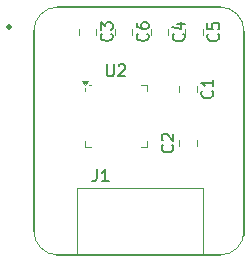
<source format=gbr>
%TF.GenerationSoftware,KiCad,Pcbnew,8.0.3*%
%TF.CreationDate,2024-07-22T10:14:54+02:00*%
%TF.ProjectId,Untitled,556e7469-746c-4656-942e-6b696361645f,rev?*%
%TF.SameCoordinates,Original*%
%TF.FileFunction,Legend,Top*%
%TF.FilePolarity,Positive*%
%FSLAX46Y46*%
G04 Gerber Fmt 4.6, Leading zero omitted, Abs format (unit mm)*
G04 Created by KiCad (PCBNEW 8.0.3) date 2024-07-22 10:14:54*
%MOMM*%
%LPD*%
G01*
G04 APERTURE LIST*
%ADD10C,0.150000*%
%ADD11C,0.120000*%
%ADD12C,0.127000*%
%ADD13C,0.254000*%
%ADD14C,0.025400*%
%ADD15C,0.100000*%
G04 APERTURE END LIST*
D10*
X103639580Y-53760666D02*
X103687200Y-53808285D01*
X103687200Y-53808285D02*
X103734819Y-53951142D01*
X103734819Y-53951142D02*
X103734819Y-54046380D01*
X103734819Y-54046380D02*
X103687200Y-54189237D01*
X103687200Y-54189237D02*
X103591961Y-54284475D01*
X103591961Y-54284475D02*
X103496723Y-54332094D01*
X103496723Y-54332094D02*
X103306247Y-54379713D01*
X103306247Y-54379713D02*
X103163390Y-54379713D01*
X103163390Y-54379713D02*
X102972914Y-54332094D01*
X102972914Y-54332094D02*
X102877676Y-54284475D01*
X102877676Y-54284475D02*
X102782438Y-54189237D01*
X102782438Y-54189237D02*
X102734819Y-54046380D01*
X102734819Y-54046380D02*
X102734819Y-53951142D01*
X102734819Y-53951142D02*
X102782438Y-53808285D01*
X102782438Y-53808285D02*
X102830057Y-53760666D01*
X103734819Y-52808285D02*
X103734819Y-53379713D01*
X103734819Y-53093999D02*
X102734819Y-53093999D01*
X102734819Y-53093999D02*
X102877676Y-53189237D01*
X102877676Y-53189237D02*
X102972914Y-53284475D01*
X102972914Y-53284475D02*
X103020533Y-53379713D01*
X101226580Y-48934666D02*
X101274200Y-48982285D01*
X101274200Y-48982285D02*
X101321819Y-49125142D01*
X101321819Y-49125142D02*
X101321819Y-49220380D01*
X101321819Y-49220380D02*
X101274200Y-49363237D01*
X101274200Y-49363237D02*
X101178961Y-49458475D01*
X101178961Y-49458475D02*
X101083723Y-49506094D01*
X101083723Y-49506094D02*
X100893247Y-49553713D01*
X100893247Y-49553713D02*
X100750390Y-49553713D01*
X100750390Y-49553713D02*
X100559914Y-49506094D01*
X100559914Y-49506094D02*
X100464676Y-49458475D01*
X100464676Y-49458475D02*
X100369438Y-49363237D01*
X100369438Y-49363237D02*
X100321819Y-49220380D01*
X100321819Y-49220380D02*
X100321819Y-49125142D01*
X100321819Y-49125142D02*
X100369438Y-48982285D01*
X100369438Y-48982285D02*
X100417057Y-48934666D01*
X100655152Y-48077523D02*
X101321819Y-48077523D01*
X100274200Y-48315618D02*
X100988485Y-48553713D01*
X100988485Y-48553713D02*
X100988485Y-47934666D01*
X104147580Y-48934666D02*
X104195200Y-48982285D01*
X104195200Y-48982285D02*
X104242819Y-49125142D01*
X104242819Y-49125142D02*
X104242819Y-49220380D01*
X104242819Y-49220380D02*
X104195200Y-49363237D01*
X104195200Y-49363237D02*
X104099961Y-49458475D01*
X104099961Y-49458475D02*
X104004723Y-49506094D01*
X104004723Y-49506094D02*
X103814247Y-49553713D01*
X103814247Y-49553713D02*
X103671390Y-49553713D01*
X103671390Y-49553713D02*
X103480914Y-49506094D01*
X103480914Y-49506094D02*
X103385676Y-49458475D01*
X103385676Y-49458475D02*
X103290438Y-49363237D01*
X103290438Y-49363237D02*
X103242819Y-49220380D01*
X103242819Y-49220380D02*
X103242819Y-49125142D01*
X103242819Y-49125142D02*
X103290438Y-48982285D01*
X103290438Y-48982285D02*
X103338057Y-48934666D01*
X103242819Y-48029904D02*
X103242819Y-48506094D01*
X103242819Y-48506094D02*
X103719009Y-48553713D01*
X103719009Y-48553713D02*
X103671390Y-48506094D01*
X103671390Y-48506094D02*
X103623771Y-48410856D01*
X103623771Y-48410856D02*
X103623771Y-48172761D01*
X103623771Y-48172761D02*
X103671390Y-48077523D01*
X103671390Y-48077523D02*
X103719009Y-48029904D01*
X103719009Y-48029904D02*
X103814247Y-47982285D01*
X103814247Y-47982285D02*
X104052342Y-47982285D01*
X104052342Y-47982285D02*
X104147580Y-48029904D01*
X104147580Y-48029904D02*
X104195200Y-48077523D01*
X104195200Y-48077523D02*
X104242819Y-48172761D01*
X104242819Y-48172761D02*
X104242819Y-48410856D01*
X104242819Y-48410856D02*
X104195200Y-48506094D01*
X104195200Y-48506094D02*
X104147580Y-48553713D01*
X93900666Y-60414819D02*
X93900666Y-61129104D01*
X93900666Y-61129104D02*
X93853047Y-61271961D01*
X93853047Y-61271961D02*
X93757809Y-61367200D01*
X93757809Y-61367200D02*
X93614952Y-61414819D01*
X93614952Y-61414819D02*
X93519714Y-61414819D01*
X94900666Y-61414819D02*
X94329238Y-61414819D01*
X94614952Y-61414819D02*
X94614952Y-60414819D01*
X94614952Y-60414819D02*
X94519714Y-60557676D01*
X94519714Y-60557676D02*
X94424476Y-60652914D01*
X94424476Y-60652914D02*
X94329238Y-60700533D01*
X95130580Y-48908166D02*
X95178200Y-48955785D01*
X95178200Y-48955785D02*
X95225819Y-49098642D01*
X95225819Y-49098642D02*
X95225819Y-49193880D01*
X95225819Y-49193880D02*
X95178200Y-49336737D01*
X95178200Y-49336737D02*
X95082961Y-49431975D01*
X95082961Y-49431975D02*
X94987723Y-49479594D01*
X94987723Y-49479594D02*
X94797247Y-49527213D01*
X94797247Y-49527213D02*
X94654390Y-49527213D01*
X94654390Y-49527213D02*
X94463914Y-49479594D01*
X94463914Y-49479594D02*
X94368676Y-49431975D01*
X94368676Y-49431975D02*
X94273438Y-49336737D01*
X94273438Y-49336737D02*
X94225819Y-49193880D01*
X94225819Y-49193880D02*
X94225819Y-49098642D01*
X94225819Y-49098642D02*
X94273438Y-48955785D01*
X94273438Y-48955785D02*
X94321057Y-48908166D01*
X94225819Y-48574832D02*
X94225819Y-47955785D01*
X94225819Y-47955785D02*
X94606771Y-48289118D01*
X94606771Y-48289118D02*
X94606771Y-48146261D01*
X94606771Y-48146261D02*
X94654390Y-48051023D01*
X94654390Y-48051023D02*
X94702009Y-48003404D01*
X94702009Y-48003404D02*
X94797247Y-47955785D01*
X94797247Y-47955785D02*
X95035342Y-47955785D01*
X95035342Y-47955785D02*
X95130580Y-48003404D01*
X95130580Y-48003404D02*
X95178200Y-48051023D01*
X95178200Y-48051023D02*
X95225819Y-48146261D01*
X95225819Y-48146261D02*
X95225819Y-48431975D01*
X95225819Y-48431975D02*
X95178200Y-48527213D01*
X95178200Y-48527213D02*
X95130580Y-48574832D01*
X98178580Y-48908166D02*
X98226200Y-48955785D01*
X98226200Y-48955785D02*
X98273819Y-49098642D01*
X98273819Y-49098642D02*
X98273819Y-49193880D01*
X98273819Y-49193880D02*
X98226200Y-49336737D01*
X98226200Y-49336737D02*
X98130961Y-49431975D01*
X98130961Y-49431975D02*
X98035723Y-49479594D01*
X98035723Y-49479594D02*
X97845247Y-49527213D01*
X97845247Y-49527213D02*
X97702390Y-49527213D01*
X97702390Y-49527213D02*
X97511914Y-49479594D01*
X97511914Y-49479594D02*
X97416676Y-49431975D01*
X97416676Y-49431975D02*
X97321438Y-49336737D01*
X97321438Y-49336737D02*
X97273819Y-49193880D01*
X97273819Y-49193880D02*
X97273819Y-49098642D01*
X97273819Y-49098642D02*
X97321438Y-48955785D01*
X97321438Y-48955785D02*
X97369057Y-48908166D01*
X97273819Y-48051023D02*
X97273819Y-48241499D01*
X97273819Y-48241499D02*
X97321438Y-48336737D01*
X97321438Y-48336737D02*
X97369057Y-48384356D01*
X97369057Y-48384356D02*
X97511914Y-48479594D01*
X97511914Y-48479594D02*
X97702390Y-48527213D01*
X97702390Y-48527213D02*
X98083342Y-48527213D01*
X98083342Y-48527213D02*
X98178580Y-48479594D01*
X98178580Y-48479594D02*
X98226200Y-48431975D01*
X98226200Y-48431975D02*
X98273819Y-48336737D01*
X98273819Y-48336737D02*
X98273819Y-48146261D01*
X98273819Y-48146261D02*
X98226200Y-48051023D01*
X98226200Y-48051023D02*
X98178580Y-48003404D01*
X98178580Y-48003404D02*
X98083342Y-47955785D01*
X98083342Y-47955785D02*
X97845247Y-47955785D01*
X97845247Y-47955785D02*
X97750009Y-48003404D01*
X97750009Y-48003404D02*
X97702390Y-48051023D01*
X97702390Y-48051023D02*
X97654771Y-48146261D01*
X97654771Y-48146261D02*
X97654771Y-48336737D01*
X97654771Y-48336737D02*
X97702390Y-48431975D01*
X97702390Y-48431975D02*
X97750009Y-48479594D01*
X97750009Y-48479594D02*
X97845247Y-48527213D01*
X94742095Y-51517819D02*
X94742095Y-52327342D01*
X94742095Y-52327342D02*
X94789714Y-52422580D01*
X94789714Y-52422580D02*
X94837333Y-52470200D01*
X94837333Y-52470200D02*
X94932571Y-52517819D01*
X94932571Y-52517819D02*
X95123047Y-52517819D01*
X95123047Y-52517819D02*
X95218285Y-52470200D01*
X95218285Y-52470200D02*
X95265904Y-52422580D01*
X95265904Y-52422580D02*
X95313523Y-52327342D01*
X95313523Y-52327342D02*
X95313523Y-51517819D01*
X95742095Y-51613057D02*
X95789714Y-51565438D01*
X95789714Y-51565438D02*
X95884952Y-51517819D01*
X95884952Y-51517819D02*
X96123047Y-51517819D01*
X96123047Y-51517819D02*
X96218285Y-51565438D01*
X96218285Y-51565438D02*
X96265904Y-51613057D01*
X96265904Y-51613057D02*
X96313523Y-51708295D01*
X96313523Y-51708295D02*
X96313523Y-51803533D01*
X96313523Y-51803533D02*
X96265904Y-51946390D01*
X96265904Y-51946390D02*
X95694476Y-52517819D01*
X95694476Y-52517819D02*
X96313523Y-52517819D01*
X100279580Y-58332666D02*
X100327200Y-58380285D01*
X100327200Y-58380285D02*
X100374819Y-58523142D01*
X100374819Y-58523142D02*
X100374819Y-58618380D01*
X100374819Y-58618380D02*
X100327200Y-58761237D01*
X100327200Y-58761237D02*
X100231961Y-58856475D01*
X100231961Y-58856475D02*
X100136723Y-58904094D01*
X100136723Y-58904094D02*
X99946247Y-58951713D01*
X99946247Y-58951713D02*
X99803390Y-58951713D01*
X99803390Y-58951713D02*
X99612914Y-58904094D01*
X99612914Y-58904094D02*
X99517676Y-58856475D01*
X99517676Y-58856475D02*
X99422438Y-58761237D01*
X99422438Y-58761237D02*
X99374819Y-58618380D01*
X99374819Y-58618380D02*
X99374819Y-58523142D01*
X99374819Y-58523142D02*
X99422438Y-58380285D01*
X99422438Y-58380285D02*
X99470057Y-58332666D01*
X99470057Y-57951713D02*
X99422438Y-57904094D01*
X99422438Y-57904094D02*
X99374819Y-57808856D01*
X99374819Y-57808856D02*
X99374819Y-57570761D01*
X99374819Y-57570761D02*
X99422438Y-57475523D01*
X99422438Y-57475523D02*
X99470057Y-57427904D01*
X99470057Y-57427904D02*
X99565295Y-57380285D01*
X99565295Y-57380285D02*
X99660533Y-57380285D01*
X99660533Y-57380285D02*
X99803390Y-57427904D01*
X99803390Y-57427904D02*
X100374819Y-57999332D01*
X100374819Y-57999332D02*
X100374819Y-57380285D01*
D11*
%TO.C,C1*%
X100865000Y-53332748D02*
X100865000Y-53855252D01*
X102335000Y-53332748D02*
X102335000Y-53855252D01*
%TO.C,C4*%
X98452000Y-48506748D02*
X98452000Y-49029252D01*
X99922000Y-48506748D02*
X99922000Y-49029252D01*
%TO.C,C5*%
X101373000Y-48506748D02*
X101373000Y-49029252D01*
X102843000Y-48506748D02*
X102843000Y-49029252D01*
D12*
%TO.C,U1*%
X88551500Y-48657590D02*
X88551500Y-65657590D01*
X90551500Y-67657590D02*
X104351500Y-67657590D01*
X104351500Y-46658500D02*
X90551500Y-46658500D01*
X106351500Y-65657590D02*
X106351500Y-48657590D01*
D11*
X88551500Y-48657590D02*
G75*
G02*
X90551500Y-46657590I2044612J-44612D01*
G01*
X90551500Y-67657590D02*
G75*
G02*
X88551500Y-65657590I44857J2044857D01*
G01*
X104351500Y-46657590D02*
G75*
G02*
X106351500Y-48657590I-44600J-2044600D01*
G01*
X106351500Y-65657590D02*
G75*
G02*
X104351500Y-67657590I-2000000J0D01*
G01*
D13*
X86578500Y-48357590D02*
G75*
G02*
X86324500Y-48357590I-127000J0D01*
G01*
X86324500Y-48357590D02*
G75*
G02*
X86578500Y-48357590I127000J0D01*
G01*
D14*
X88563785Y-48595885D02*
X88566833Y-48547117D01*
X88570897Y-48498096D01*
X88563785Y-48595885D01*
X106339213Y-65728440D02*
X106336165Y-65777208D01*
X106332101Y-65826229D01*
X106326768Y-65874997D01*
X106320164Y-65923765D01*
X106312544Y-65972280D01*
X106303653Y-66020540D01*
X106293748Y-66068545D01*
X106340992Y-65679164D01*
X106339213Y-65728440D01*
%TO.C,J1*%
D15*
X92202000Y-61976000D02*
X102870000Y-61976000D01*
X102870000Y-67564000D01*
X92202000Y-67564000D01*
X92202000Y-61976000D01*
D11*
%TO.C,C3*%
X92356000Y-48480248D02*
X92356000Y-49002752D01*
X93826000Y-48480248D02*
X93826000Y-49002752D01*
%TO.C,C6*%
X95404000Y-48480248D02*
X95404000Y-49002752D01*
X96874000Y-48480248D02*
X96874000Y-49002752D01*
%TO.C,U2*%
X92894000Y-53758000D02*
X92894000Y-53523000D01*
X92894000Y-58503000D02*
X92894000Y-58028000D01*
X93369000Y-53283000D02*
X93194000Y-53283000D01*
X93369000Y-58503000D02*
X92894000Y-58503000D01*
X97639000Y-53283000D02*
X98114000Y-53283000D01*
X97639000Y-58503000D02*
X98114000Y-58503000D01*
X98114000Y-53283000D02*
X98114000Y-53758000D01*
X98114000Y-58503000D02*
X98114000Y-58028000D01*
X92894000Y-53283000D02*
X92654000Y-52953000D01*
X93134000Y-52953000D01*
X92894000Y-53283000D01*
G36*
X92894000Y-53283000D02*
G01*
X92654000Y-52953000D01*
X93134000Y-52953000D01*
X92894000Y-53283000D01*
G37*
%TO.C,C2*%
X100865000Y-58427252D02*
X100865000Y-57904748D01*
X102335000Y-58427252D02*
X102335000Y-57904748D01*
%TD*%
M02*

</source>
